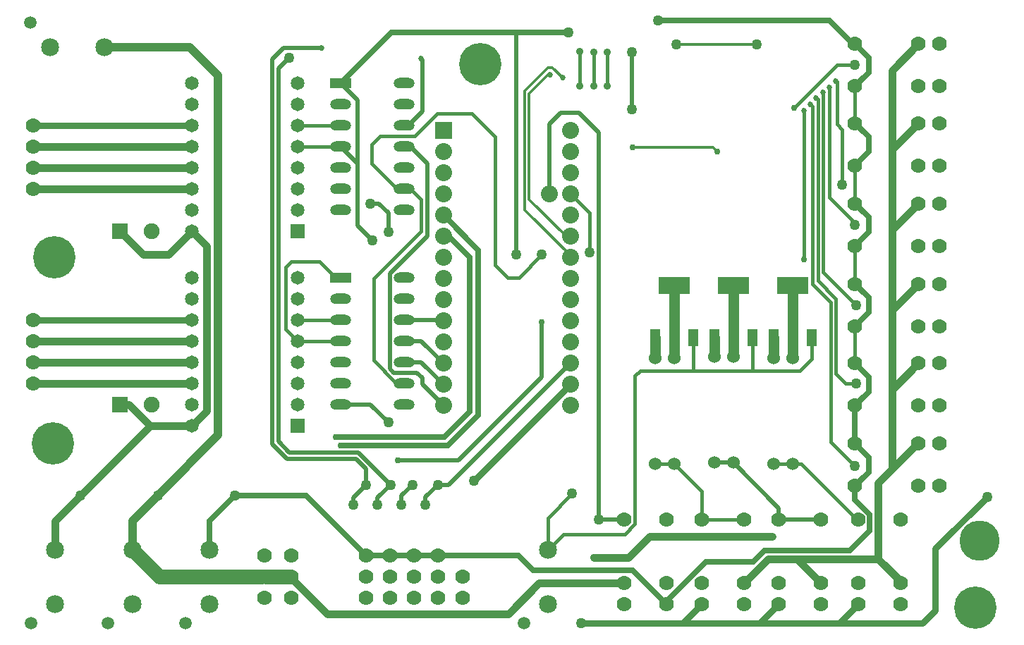
<source format=gtl>
G04 Layer_Physical_Order=1*
G04 Layer_Color=255*
%FSLAX25Y25*%
%MOIN*%
G70*
G01*
G75*
%ADD10C,0.05000*%
%ADD11R,0.15000X0.08000*%
%ADD12R,0.05000X0.08000*%
%ADD13C,0.01500*%
%ADD14C,0.02000*%
%ADD15C,0.01200*%
%ADD16C,0.03500*%
%ADD17C,0.02500*%
%ADD18C,0.01800*%
%ADD19C,0.01600*%
%ADD20C,0.07000*%
%ADD21C,0.04000*%
%ADD22C,0.05000*%
%ADD23C,0.03000*%
%ADD24C,0.08000*%
%ADD25R,0.08000X0.08000*%
%ADD26C,0.06000*%
%ADD27R,0.07500X0.07500*%
%ADD28C,0.07500*%
%ADD29R,0.06500X0.06500*%
%ADD30C,0.06500*%
%ADD31C,0.07000*%
%ADD32C,0.20000*%
%ADD33C,0.05906*%
%ADD34C,0.08500*%
%ADD35C,0.19000*%
%ADD36R,0.10000X0.05000*%
%ADD37O,0.10000X0.05000*%
%ADD38C,0.05000*%
%ADD39C,0.03500*%
%ADD40C,0.02700*%
%ADD41C,0.03000*%
D10*
X129000Y166000D02*
D03*
X165500D02*
D03*
X202000D02*
D03*
X361449Y166795D02*
D03*
X286000Y171000D02*
D03*
X275500D02*
D03*
X264000D02*
D03*
X298000D02*
D03*
X374000Y154500D02*
D03*
D11*
X465500Y265400D02*
D03*
X437500D02*
D03*
X409500D02*
D03*
D12*
X465500Y240600D02*
D03*
X474500D02*
D03*
X456500D02*
D03*
X428500D02*
D03*
X446500D02*
D03*
X437500D02*
D03*
X409500D02*
D03*
X418500D02*
D03*
X400500D02*
D03*
D13*
X290000Y291000D02*
Y306000D01*
X285000Y311000D02*
X290000Y306000D01*
X282000Y311000D02*
X285000D01*
X267500Y268500D02*
X290000Y291000D01*
X267500Y229894D02*
Y268500D01*
Y229894D02*
X278394Y219000D01*
X282000D01*
X266500Y323000D02*
Y332000D01*
Y323000D02*
X278500Y311000D01*
X282000D01*
X378000Y359500D02*
Y375500D01*
X371500Y359500D02*
Y375500D01*
X365000Y359500D02*
Y376000D01*
X249500Y269000D02*
X252000D01*
X242000Y276500D02*
X249500Y269000D01*
X228500Y276500D02*
X242000D01*
X226000Y274000D02*
X228500Y276500D01*
X226000Y244500D02*
Y274000D01*
Y244500D02*
X231500Y239000D01*
X266500Y332000D02*
X270500Y336000D01*
X287000D01*
X297500Y346500D01*
X314000D01*
X325000Y335500D01*
Y275000D02*
Y335500D01*
Y275000D02*
X331000Y269000D01*
X336205D01*
X347102Y279898D01*
X446500Y225000D02*
Y240600D01*
X474500Y230500D02*
Y240600D01*
X469000Y225000D02*
X474500Y230500D01*
X418500Y225000D02*
Y240600D01*
X391050Y222550D02*
X393500Y225000D01*
X391050Y152408D02*
Y222550D01*
X386142Y147500D02*
X391050Y152408D01*
X357205Y147500D02*
X386142D01*
X350000Y140295D02*
X357205Y147500D01*
X350000Y155346D02*
X361449Y166795D01*
X350000Y140295D02*
Y155346D01*
X495000Y228500D02*
Y246000D01*
Y266000D02*
Y284000D01*
Y304000D02*
Y322000D01*
Y342000D02*
Y359500D01*
X231500Y331000D02*
X252000D01*
X231500Y239000D02*
X252000D01*
X231500Y249000D02*
X252000D01*
X231500Y341000D02*
X252000D01*
X393500Y225000D02*
X418500D01*
X446500D01*
X469000D01*
D14*
X285000Y331000D02*
X293000Y323000D01*
Y288581D02*
Y323000D01*
X275200Y270781D02*
X293000Y288581D01*
X350500Y308500D02*
Y341500D01*
X356000Y347000D01*
X364500D01*
X374000Y337500D01*
Y154500D02*
Y337500D01*
X266000Y209000D02*
X274500Y200500D01*
X252000Y209000D02*
X266000D01*
X274500Y290500D02*
Y299500D01*
X270000Y304000D02*
X274500Y299500D01*
X266000Y304000D02*
X270000D01*
X459000Y154500D02*
X479000D01*
X225000Y377500D02*
X243000D01*
X219700Y372200D02*
X225000Y377500D01*
X290500Y347500D02*
Y372000D01*
X284000Y341000D02*
X290500Y347500D01*
X282000Y341000D02*
X284000D01*
X290000Y372500D02*
X290500Y372000D01*
X219700Y190340D02*
Y372200D01*
Y190340D02*
X226640Y183400D01*
X259140D01*
X264000Y178540D01*
Y171000D02*
Y178540D01*
X222500Y368000D02*
X227500Y373000D01*
X222500Y191500D02*
Y368000D01*
Y191500D02*
X227800Y186200D01*
X260300D01*
X275500Y171000D01*
X252000Y331000D02*
X260000Y323000D01*
Y293500D02*
X267000Y286500D01*
X252000Y361000D02*
X260000Y353000D01*
X334898Y279898D02*
Y384898D01*
X374000Y154500D02*
X386000D01*
X459000D02*
Y160000D01*
X437500Y181500D02*
X459000Y160000D01*
X428500Y181500D02*
X437500D01*
X280750Y165750D02*
X286000Y171000D01*
X280750Y161500D02*
Y165750D01*
X269375Y164875D02*
X275500Y171000D01*
X269375Y161500D02*
Y164875D01*
X258000Y165000D02*
X264000Y171000D01*
X258000Y161500D02*
Y165000D01*
X303000Y171000D02*
X360500Y228500D01*
X298000Y171000D02*
X303000D01*
X292125Y165125D02*
X298000Y171000D01*
X292125Y161500D02*
Y165125D01*
X260000Y293500D02*
Y323000D01*
Y353000D01*
X389500Y348500D02*
Y375500D01*
X282000Y249000D02*
X300000D01*
X282000Y239000D02*
X290000D01*
X300500Y228500D01*
X298500Y218500D02*
X300500D01*
X290000Y229000D02*
X300500Y218500D01*
X282000Y229000D02*
X290000D01*
X279000Y182500D02*
X307500D01*
X347000Y222000D01*
Y248000D01*
X275200Y225800D02*
Y270781D01*
Y225800D02*
X277000Y224000D01*
X288000D01*
X290500Y221500D01*
Y218500D02*
Y221500D01*
Y218500D02*
X300500Y208500D01*
X282000Y331000D02*
X285000D01*
D15*
X358500Y288500D02*
X360500D01*
X341000Y306000D02*
X358500Y288500D01*
X341000Y306000D02*
Y356000D01*
X352100Y368400D02*
X357000Y363500D01*
X350006Y368400D02*
X352100D01*
X350000Y365000D02*
X351000D01*
X341000Y356000D02*
X350000Y365000D01*
X428000Y330500D02*
X430000Y328500D01*
X390000Y330500D02*
X428000D01*
X496000Y154500D02*
X496500D01*
X410751Y379249D02*
X448749D01*
X339000Y357394D02*
X350006Y368400D01*
X339000Y301000D02*
Y357394D01*
Y301000D02*
X361500Y278500D01*
X360500D02*
X361500D01*
D16*
X371500Y136500D02*
X388000D01*
X398000Y146500D01*
X456000D01*
X442500Y124500D02*
X454000Y136000D01*
X467500D02*
X479000Y124500D01*
X467500Y136000D02*
X506000D01*
X454000D02*
X467500D01*
X506000D02*
Y172000D01*
X345769Y124500D02*
X386000D01*
X331269Y110000D02*
X345769Y124500D01*
X245500Y110000D02*
X331269D01*
X512500Y329500D02*
X525000Y342000D01*
X512500Y291500D02*
X525000Y304000D01*
X512500Y367000D02*
X525000Y379500D01*
X512500Y253500D02*
X525000Y266000D01*
X512500Y216000D02*
X525000Y228500D01*
X512500Y178500D02*
X524500Y190500D01*
X525000D01*
X506000Y172000D02*
X512500Y178500D01*
X506000Y136000D02*
X516500Y125500D01*
Y124500D02*
Y125500D01*
X147500Y291000D02*
X158500Y280000D01*
X170500D01*
X181500Y291000D01*
X188500Y284000D01*
Y206000D02*
Y284000D01*
X181500Y199000D02*
X188500Y206000D01*
X147500Y209000D02*
X152000D01*
X129000Y166000D02*
X162000Y199000D01*
X152000Y209000D02*
X162000Y199000D01*
X181500D01*
X117051Y154051D02*
X129000Y166000D01*
X117051Y140295D02*
Y154051D01*
X106500Y229000D02*
X181500D01*
X106500Y219000D02*
X181500D01*
X106500Y239000D02*
X181500D01*
X106500Y321000D02*
X181500D01*
X106500Y311000D02*
X181500D01*
X106500Y331000D02*
X181500D01*
X228000Y127500D02*
X245500Y110000D01*
X512500Y216000D02*
Y253500D01*
Y178500D02*
Y216000D01*
Y253500D02*
Y291500D01*
Y329500D01*
Y367000D01*
D17*
X452426Y139800D02*
X492700D01*
X502050Y149150D01*
X447126Y134500D02*
X452426Y139800D01*
X424651Y134500D02*
X447126D01*
X406000Y115849D02*
X424651Y134500D01*
X502050Y149150D02*
Y156799D01*
X495000Y359500D02*
X501500Y366000D01*
Y373000D01*
X495000Y379500D02*
X501500Y373000D01*
X495000Y322000D02*
X501500Y328500D01*
Y335500D01*
X495000Y342000D02*
X501500Y335500D01*
Y290500D02*
Y297500D01*
X495000Y284000D02*
X501500Y290500D01*
X495000Y304000D02*
X501500Y297500D01*
X495000Y246000D02*
X501500Y252500D01*
Y259500D01*
X495000Y266000D02*
X501500Y259500D01*
X495000Y208500D02*
X501500Y215000D01*
Y222000D01*
X495000Y228500D02*
X501500Y222000D01*
X495000Y190500D02*
Y208500D01*
Y190500D02*
X501500Y184000D01*
Y177000D02*
Y184000D01*
X495000Y170500D02*
X501500Y177000D01*
X483000Y390500D02*
X494000Y379500D01*
X402000Y390500D02*
X483000D01*
X494000Y379500D02*
X495000D01*
X276000Y385000D02*
X359500D01*
X252000Y361000D02*
X276000Y385000D01*
X252000Y189500D02*
X302657D01*
X249699Y193500D02*
X301000D01*
X495000Y163849D02*
Y170500D01*
Y163849D02*
X502050Y156799D01*
X406000Y114500D02*
Y115849D01*
X390000Y130500D02*
X406000Y114500D01*
X343000Y130500D02*
X390000D01*
X336000Y137500D02*
X343000Y130500D01*
X298125Y137500D02*
X336000D01*
X286750D02*
X298125D01*
X275375D02*
X286750D01*
X264000D02*
X275375D01*
X235500Y166000D02*
X264000Y137500D01*
X202000Y166000D02*
X235500D01*
X190051Y154051D02*
X202000Y166000D01*
X190051Y140295D02*
Y154051D01*
X300500Y298500D02*
X317000Y282000D01*
Y203843D02*
Y282000D01*
X302657Y189500D02*
X317000Y203843D01*
X300500Y288500D02*
X303000D01*
X313000Y278500D01*
Y205500D02*
Y278500D01*
X301000Y193500D02*
X313000Y205500D01*
D18*
X466249Y349249D02*
X486500Y369500D01*
X495000D01*
X489000Y313000D02*
Y339000D01*
X486500Y341500D02*
X489000Y339000D01*
X486500Y341500D02*
Y361500D01*
X422500Y154500D02*
X442500D01*
X486000Y362000D02*
X486500Y361500D01*
X469500Y181000D02*
X496000Y154500D01*
X465500Y181000D02*
X469500D01*
X456500D02*
X465500D01*
X422500Y154500D02*
Y168000D01*
X409500Y181000D02*
X422500Y168000D01*
X400500Y181000D02*
X409500D01*
X369500Y281000D02*
Y299500D01*
X360500Y308500D02*
X369500Y299500D01*
D19*
X483000Y307000D02*
Y359000D01*
Y307000D02*
X495000Y295000D01*
Y294000D02*
Y295000D01*
X480000Y271700D02*
Y356500D01*
X476682Y354000D02*
X477500Y353182D01*
X479900Y271600D02*
X480000Y271700D01*
X471000Y277500D02*
Y348000D01*
X475000Y266000D02*
Y350000D01*
Y266000D02*
X483600Y257400D01*
X477500Y267500D02*
Y353182D01*
X479900Y271600D02*
X495500Y256000D01*
X474000Y351000D02*
X475000Y350000D01*
X477500Y267500D02*
X486000Y259000D01*
X490500Y219000D02*
X495500D01*
X486000Y223500D02*
X490500Y219000D01*
X486000Y223500D02*
Y259000D01*
X483600Y191400D02*
X495000Y180000D01*
X483600Y191400D02*
Y257400D01*
D20*
X216500Y127500D02*
X228000D01*
X166346D02*
X214500D01*
X153551Y140295D02*
X166346Y127500D01*
D21*
X140295Y377949D02*
X180551D01*
X194000Y364500D01*
Y194500D02*
Y364500D01*
X165500Y166000D02*
X194000Y194500D01*
X153551Y154051D02*
X165500Y166000D01*
X153551Y140295D02*
Y154051D01*
D22*
X456500Y231000D02*
Y240600D01*
X465500D02*
Y265400D01*
Y231000D02*
Y240600D01*
X428500Y231500D02*
Y240600D01*
X437500D02*
Y265400D01*
Y231500D02*
Y240600D01*
X400500Y231000D02*
Y240600D01*
X409500D02*
Y265400D01*
Y231000D02*
Y240600D01*
D23*
X533000Y140795D02*
X557602Y165398D01*
X533000Y111500D02*
Y140795D01*
X487500Y105500D02*
X527000D01*
X487500D02*
X496500Y114500D01*
X527000Y105500D02*
X533000Y111500D01*
X450000Y105500D02*
X459000Y114500D01*
X413500Y105500D02*
X422500Y114500D01*
X315000Y173000D02*
X360500Y218500D01*
X106500Y249000D02*
X181500D01*
X106500Y341000D02*
X181500D01*
X413500Y105500D02*
X450000D01*
X487500D01*
X365500D02*
X413500D01*
D24*
X350500Y308500D02*
D03*
X360500Y208500D02*
D03*
Y218500D02*
D03*
Y228500D02*
D03*
Y238500D02*
D03*
Y248500D02*
D03*
Y258500D02*
D03*
Y268500D02*
D03*
Y278500D02*
D03*
Y288500D02*
D03*
Y298500D02*
D03*
Y308500D02*
D03*
Y318500D02*
D03*
Y328500D02*
D03*
Y338500D02*
D03*
X300500Y208500D02*
D03*
Y218500D02*
D03*
Y228500D02*
D03*
Y238500D02*
D03*
Y248500D02*
D03*
Y258500D02*
D03*
Y268500D02*
D03*
Y278500D02*
D03*
Y288500D02*
D03*
Y298500D02*
D03*
Y308500D02*
D03*
Y318500D02*
D03*
Y328500D02*
D03*
D25*
Y338500D02*
D03*
D26*
X456500Y231000D02*
D03*
Y181000D02*
D03*
X428500Y231500D02*
D03*
Y181500D02*
D03*
X400500Y231000D02*
D03*
Y181000D02*
D03*
X409500Y231000D02*
D03*
Y181000D02*
D03*
X437500Y231500D02*
D03*
Y181500D02*
D03*
X465500Y231000D02*
D03*
Y181000D02*
D03*
D27*
X147500Y209000D02*
D03*
Y291000D02*
D03*
D28*
X162500Y209000D02*
D03*
Y291000D02*
D03*
D29*
X231500Y199000D02*
D03*
Y291000D02*
D03*
D30*
Y209000D02*
D03*
Y219000D02*
D03*
Y229000D02*
D03*
Y239000D02*
D03*
Y249000D02*
D03*
Y259000D02*
D03*
Y269000D02*
D03*
X181500Y199000D02*
D03*
Y209000D02*
D03*
Y219000D02*
D03*
Y229000D02*
D03*
Y239000D02*
D03*
Y249000D02*
D03*
Y259000D02*
D03*
Y269000D02*
D03*
X231500Y301000D02*
D03*
Y311000D02*
D03*
Y321000D02*
D03*
Y331000D02*
D03*
Y341000D02*
D03*
Y351000D02*
D03*
Y361000D02*
D03*
X181500Y291000D02*
D03*
Y301000D02*
D03*
Y311000D02*
D03*
Y321000D02*
D03*
Y331000D02*
D03*
Y341000D02*
D03*
Y351000D02*
D03*
Y361000D02*
D03*
D31*
X106500Y331000D02*
D03*
Y321000D02*
D03*
Y311000D02*
D03*
Y341000D02*
D03*
X216000Y137500D02*
D03*
Y127500D02*
D03*
Y117500D02*
D03*
X228500Y137500D02*
D03*
Y127500D02*
D03*
Y117500D02*
D03*
X286750D02*
D03*
Y127500D02*
D03*
Y137500D02*
D03*
X275375Y117500D02*
D03*
Y127500D02*
D03*
Y137500D02*
D03*
X264000Y117500D02*
D03*
Y127500D02*
D03*
Y137500D02*
D03*
X298125Y117500D02*
D03*
Y127500D02*
D03*
Y137500D02*
D03*
X309625Y117500D02*
D03*
Y127500D02*
D03*
X535000Y359500D02*
D03*
X525000D02*
D03*
X535000Y379500D02*
D03*
X525000D02*
D03*
X495000Y359500D02*
D03*
Y379500D02*
D03*
Y342000D02*
D03*
Y322000D02*
D03*
X525000Y342000D02*
D03*
X535000D02*
D03*
X525000Y322000D02*
D03*
X535000D02*
D03*
Y284000D02*
D03*
X525000D02*
D03*
X535000Y304000D02*
D03*
X525000D02*
D03*
X495000Y284000D02*
D03*
Y304000D02*
D03*
Y266000D02*
D03*
Y246000D02*
D03*
X525000Y266000D02*
D03*
X535000D02*
D03*
X525000Y246000D02*
D03*
X535000D02*
D03*
Y208500D02*
D03*
X525000D02*
D03*
X535000Y228500D02*
D03*
X525000D02*
D03*
X495000Y208500D02*
D03*
Y228500D02*
D03*
Y190500D02*
D03*
Y170500D02*
D03*
X525000Y190500D02*
D03*
X535000D02*
D03*
X525000Y170500D02*
D03*
X535000D02*
D03*
X496500Y114500D02*
D03*
Y124500D02*
D03*
X516500Y114500D02*
D03*
Y124500D02*
D03*
X496500Y154500D02*
D03*
X516500D02*
D03*
X479000D02*
D03*
X459000D02*
D03*
X479000Y124500D02*
D03*
Y114500D02*
D03*
X459000Y124500D02*
D03*
Y114500D02*
D03*
X422500D02*
D03*
Y124500D02*
D03*
X442500Y114500D02*
D03*
Y124500D02*
D03*
X422500Y154500D02*
D03*
X442500D02*
D03*
X406000D02*
D03*
X386000D02*
D03*
X406000Y124500D02*
D03*
Y114500D02*
D03*
X386000Y124500D02*
D03*
Y114500D02*
D03*
X106500Y249000D02*
D03*
Y229000D02*
D03*
Y219000D02*
D03*
Y239000D02*
D03*
D32*
X116000Y190500D02*
D03*
X552000Y113000D02*
D03*
X116500Y278500D02*
D03*
X318000Y370000D02*
D03*
D33*
X105555Y105453D02*
D03*
X142055D02*
D03*
X178555D02*
D03*
X338504D02*
D03*
X105453Y389445D02*
D03*
D34*
X117051Y114705D02*
D03*
Y140295D02*
D03*
X153551Y114705D02*
D03*
Y140295D02*
D03*
X190051Y114705D02*
D03*
Y140295D02*
D03*
X350000Y114705D02*
D03*
Y140295D02*
D03*
X114705Y377949D02*
D03*
X140295D02*
D03*
D35*
X554000Y144500D02*
D03*
D36*
X252000Y269000D02*
D03*
Y361000D02*
D03*
D37*
Y259000D02*
D03*
Y249000D02*
D03*
Y239000D02*
D03*
Y229000D02*
D03*
Y219000D02*
D03*
Y209000D02*
D03*
X282000Y269000D02*
D03*
Y259000D02*
D03*
Y249000D02*
D03*
Y239000D02*
D03*
Y229000D02*
D03*
Y219000D02*
D03*
Y209000D02*
D03*
X252000Y351000D02*
D03*
Y341000D02*
D03*
Y331000D02*
D03*
Y321000D02*
D03*
Y311000D02*
D03*
Y301000D02*
D03*
X282000Y361000D02*
D03*
Y351000D02*
D03*
Y341000D02*
D03*
Y331000D02*
D03*
Y321000D02*
D03*
Y311000D02*
D03*
Y301000D02*
D03*
D38*
X274500Y200500D02*
D03*
Y290500D02*
D03*
X266000Y304000D02*
D03*
X495000Y369500D02*
D03*
X489000Y313000D02*
D03*
X495000Y294000D02*
D03*
X402000Y390500D02*
D03*
X227500Y373000D02*
D03*
X347102Y279898D02*
D03*
X267000Y286500D02*
D03*
X359500Y385000D02*
D03*
X334898Y279898D02*
D03*
X495500Y256000D02*
D03*
Y219000D02*
D03*
X495000Y180000D02*
D03*
X448749Y379249D02*
D03*
X410751D02*
D03*
X557602Y165398D02*
D03*
X365500Y105500D02*
D03*
X315000Y173000D02*
D03*
X369500Y281000D02*
D03*
X280750Y161500D02*
D03*
X269375D02*
D03*
X258000D02*
D03*
X292125D02*
D03*
X389500Y375500D02*
D03*
Y348500D02*
D03*
D39*
X378000Y359500D02*
D03*
Y375500D02*
D03*
X371500D02*
D03*
X365000Y376000D02*
D03*
Y359500D02*
D03*
X371500D02*
D03*
Y136500D02*
D03*
X456000Y146500D02*
D03*
D40*
X357000Y363500D02*
D03*
X351000Y365000D02*
D03*
X243000Y377500D02*
D03*
X486000Y362000D02*
D03*
X483000Y359000D02*
D03*
X480000Y356500D02*
D03*
X476682Y354000D02*
D03*
X474000Y351000D02*
D03*
X471000Y348000D02*
D03*
X290000Y372500D02*
D03*
D41*
X471000Y277500D02*
D03*
X252000Y189500D02*
D03*
X249699Y193500D02*
D03*
X430000Y328500D02*
D03*
X390000Y330500D02*
D03*
X466249Y349249D02*
D03*
X279000Y182500D02*
D03*
X347000Y248000D02*
D03*
M02*

</source>
